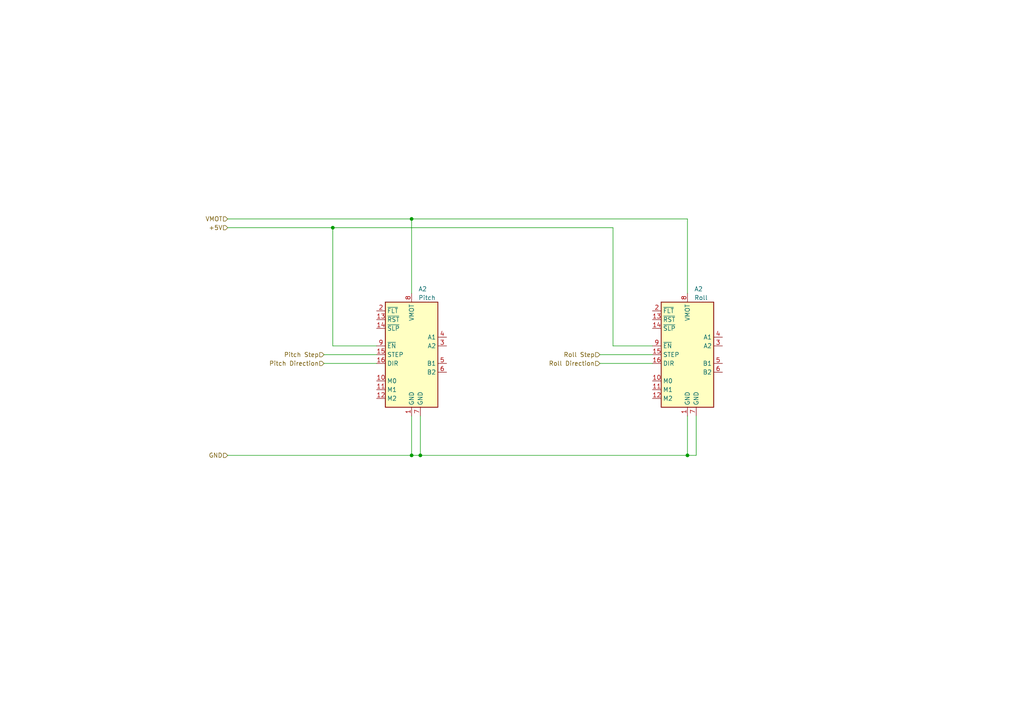
<source format=kicad_sch>
(kicad_sch (version 20230121) (generator eeschema)
  (paper "A4")
  (title_block (title "Self-Stabilize Shield Module") (date "2024-08-06") (rev "1.0") (company "Emerson Kazuyoshi Kaneda") (comment 1 "Universidade Tecnológica Federal do Paraná (UTFPR)") (comment 2 "Instituto Politécnico de Bragança (IPB)") (comment 3 "Centro de Digitalização de Robótica Inteligente (CeDRI)"))
  (lib_symbols
    (symbol "Driver_Motor:Pololu_Breakout_DRV8825"
      (property "Reference" "A" (at -2.54 16.51 0))
      (property "Value" "Pololu_Breakout_DRV8825" (at -2.54 13.97 0))
      (symbol "Pololu_Breakout_DRV8825_0_1"
        (rectangle (start 7.62 -17.78) (end -7.62 12.7) (stroke (width 0.254)) (fill (type background)))
      )
      (symbol "Pololu_Breakout_DRV8825_1_1"
        (pin power_in line (at 0 -20.32 90) (length 2.54) (name "GND") (number "1"))
        (pin input line (at -10.16 -10.16 0) (length 2.54) (name "M0") (number "10"))
        (pin input line (at -10.16 -12.7 0) (length 2.54) (name "M1") (number "11"))
        (pin input line (at -10.16 -15.24 0) (length 2.54) (name "M2") (number "12"))
        (pin input line (at -10.16 7.62 0) (length 2.54) (name "~{RST}") (number "13"))
        (pin input line (at -10.16 5.08 0) (length 2.54) (name "~{SLP}") (number "14"))
        (pin input line (at -10.16 -2.54 0) (length 2.54) (name "STEP") (number "15"))
        (pin input line (at -10.16 -5.08 0) (length 2.54) (name "DIR") (number "16"))
        (pin output line (at -10.16 10.16 0) (length 2.54) (name "~{FLT}") (number "2"))
        (pin output line (at 10.16 0 180) (length 2.54) (name "A2") (number "3"))
        (pin output line (at 10.16 2.54 180) (length 2.54) (name "A1") (number "4"))
        (pin output line (at 10.16 -5.08 180) (length 2.54) (name "B1") (number "5"))
        (pin output line (at 10.16 -7.62 180) (length 2.54) (name "B2") (number "6"))
        (pin power_in line (at 2.54 -20.32 90) (length 2.54) (name "GND") (number "7"))
        (pin power_in line (at 0 15.24 270) (length 2.54) (name "VMOT") (number "8"))
        (pin input line (at -10.16 0 0) (length 2.54) (name "~{EN}") (number "9"))
      )
    )
  )
  (junction (at 119.38 63.5))
  (junction (at 119.38 132.08))
  (junction (at 96.52 66.04))
  (junction (at 199.39 132.08))
  (junction (at 121.92 132.08))
  (wire (pts (xy 189.23 100.33) (xy 177.8 100.33)))
  (wire (pts (xy 199.39 63.5) (xy 199.39 85.09)))
  (wire (pts (xy 93.98 105.41) (xy 109.22 105.41)))
  (wire (pts (xy 121.92 120.65) (xy 121.92 132.08)))
  (wire (pts (xy 66.04 132.08) (xy 119.38 132.08)))
  (wire (pts (xy 201.93 132.08) (xy 199.39 132.08)))
  (wire (pts (xy 119.38 132.08) (xy 121.92 132.08)))
  (wire (pts (xy 119.38 63.5) (xy 119.38 85.09)))
  (wire (pts (xy 119.38 132.08) (xy 119.38 120.65)))
  (wire (pts (xy 201.93 120.65) (xy 201.93 132.08)))
  (wire (pts (xy 177.8 100.33) (xy 177.8 66.04)))
  (wire (pts (xy 177.8 66.04) (xy 96.52 66.04)))
  (wire (pts (xy 66.04 63.5) (xy 119.38 63.5)))
  (wire (pts (xy 96.52 100.33) (xy 109.22 100.33)))
  (wire (pts (xy 96.52 66.04) (xy 96.52 100.33)))
  (wire (pts (xy 199.39 120.65) (xy 199.39 132.08)))
  (wire (pts (xy 66.04 66.04) (xy 96.52 66.04)))
  (wire (pts (xy 199.39 63.5) (xy 119.38 63.5)))
  (wire (pts (xy 93.98 102.87) (xy 109.22 102.87)))
  (wire (pts (xy 173.99 102.87) (xy 189.23 102.87)))
  (wire (pts (xy 173.99 105.41) (xy 189.23 105.41)))
  (wire (pts (xy 121.92 132.08) (xy 199.39 132.08)))
  (hierarchical_label "Roll Step" (shape input) (at 173.99 102.87 180))
  (hierarchical_label "VMOT" (shape input) (at 66.04 63.5 180))
  (hierarchical_label "GND" (shape input) (at 66.04 132.08 180))
  (hierarchical_label "Roll Direction" (shape input) (at 173.99 105.41 180))
  (hierarchical_label "+5V" (shape input) (at 66.04 66.04 180))
  (hierarchical_label "Pitch Direction" (shape input) (at 93.98 105.41 180))
  (hierarchical_label "Pitch Step" (shape input) (at 93.98 102.87 180))
  (symbol (lib_id "Driver_Motor:Pololu_Breakout_DRV8825") (at 119.38 100.33 0) (unit 1)
    (property "Reference" "A2" (at 121.3359 83.82 0) (effects (justify left)))
    (property "Value" "Pitch" (at 121.3359 86.36 0) (effects (justify left)))
    (property "Footprint" "Module:Pololu_Breakout-16_15.2x20.3mm" (effects hide))
    (property "Datasheet" "https://www.pololu.com/product/2982" (effects hide))
  )
  (symbol (lib_id "Driver_Motor:Pololu_Breakout_DRV8825") (at 199.39 100.33 0) (unit 1)
    (property "Reference" "A2" (at 201.3459 83.82 0) (effects (justify left)))
    (property "Value" "Roll" (at 201.3459 86.36 0) (effects (justify left)))
    (property "Footprint" "Module:Pololu_Breakout-16_15.2x20.3mm" (effects hide))
    (property "Datasheet" "https://www.pololu.com/product/2982" (effects hide))
    (instances (project "GroundRobot" (path "" (reference "A2") (unit 1)) (path "" (reference "A1") (unit 1))))
  )
)
</source>
